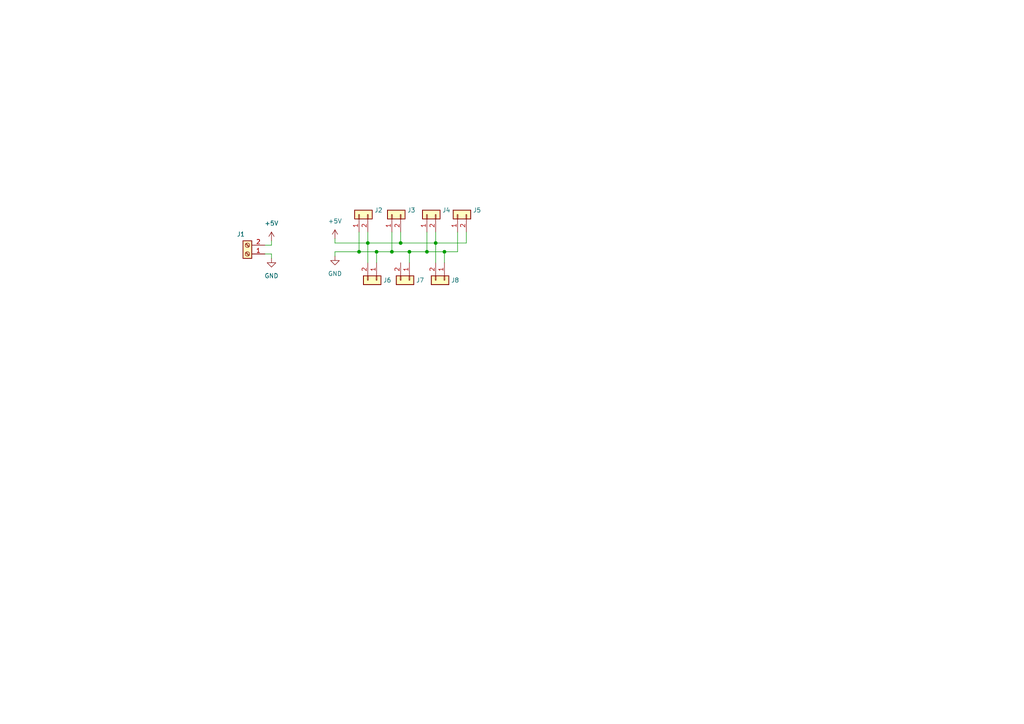
<source format=kicad_sch>
(kicad_sch (version 20211123) (generator eeschema)
  (paper "A4")
  (lib_symbols
    (symbol "Connector:Screw_Terminal_01x02" (pin_names (offset 1.016) hide)
      (property "Reference" "J" (at 0 2.54 0))
      (property "Value" "Screw_Terminal_01x02" (at 0 -5.08 0))
      (symbol "Screw_Terminal_01x02_1_1"
        (rectangle (start -1.27 1.27) (end 1.27 -3.81) (stroke (width 0.254)) (fill (type background)))
        (circle (center 0 -2.54) (radius 0.635) (stroke (width 0.1524)))
        (polyline (pts (xy -0.5334 -2.2098) (xy 0.3302 -3.048)) (stroke (width 0.1524)))
        (polyline (pts (xy -0.5334 0.3302) (xy 0.3302 -0.508)) (stroke (width 0.1524)))
        (polyline (pts (xy -0.3556 -2.032) (xy 0.508 -2.8702)) (stroke (width 0.1524)))
        (polyline (pts (xy -0.3556 0.508) (xy 0.508 -0.3302)) (stroke (width 0.1524)))
        (circle (center 0 0) (radius 0.635) (stroke (width 0.1524)))
        (pin passive line (at -5.08 0 0) (length 3.81) (name "Pin_1") (number "1"))
        (pin passive line (at -5.08 -2.54 0) (length 3.81) (name "Pin_2") (number "2"))
      )
    )
    (symbol "Connector_Generic:Conn_01x02" (pin_names (offset 1.016) hide)
      (property "Reference" "J" (at 0 2.54 0))
      (property "Value" "Conn_01x02" (at 0 -5.08 0))
      (symbol "Conn_01x02_1_1"
        (rectangle (start -1.27 -2.413) (end 0 -2.667) (stroke (width 0.1524)))
        (rectangle (start -1.27 0.127) (end 0 -0.127) (stroke (width 0.1524)))
        (rectangle (start -1.27 1.27) (end 1.27 -3.81) (stroke (width 0.254)) (fill (type background)))
        (pin passive line (at -5.08 0 0) (length 3.81) (name "Pin_1") (number "1"))
        (pin passive line (at -5.08 -2.54 0) (length 3.81) (name "Pin_2") (number "2"))
      )
    )
    (symbol "power:+5V" (power) (pin_names (offset 0))
      (property "Value" "+5V" (at 0 3.556 0))
      (symbol "+5V_0_1"
        (polyline (pts (xy -0.762 1.27) (xy 0 2.54)))
        (polyline (pts (xy 0 0) (xy 0 2.54)))
        (polyline (pts (xy 0 2.54) (xy 0.762 1.27)))
      )
      (symbol "+5V_1_1"
        (pin power_in line (at 0 0 90) (length 0) hide (name "+5V") (number "1"))
      )
    )
    (symbol "power:GND" (power) (pin_names (offset 0))
      (property "Value" "GND" (at 0 -3.81 0))
      (symbol "GND_0_1"
        (polyline (pts (xy 0 0) (xy 0 -1.27) (xy 1.27 -1.27) (xy 0 -2.54) (xy -1.27 -1.27) (xy 0 -1.27)))
      )
      (symbol "GND_1_1"
        (pin power_in line (at 0 0 270) (length 0) hide (name "GND") (number "1"))
      )
    )
  )
  (junction (at 116.205 70.485))
  (junction (at 109.22 73.025))
  (junction (at 123.825 73.025))
  (junction (at 128.905 73.025))
  (junction (at 118.745 73.025))
  (junction (at 106.68 70.485))
  (junction (at 113.665 73.025))
  (junction (at 104.14 73.025))
  (junction (at 126.365 70.485))
  (wire (pts (xy 97.155 70.485) (xy 97.155 69.215)))
  (wire (pts (xy 132.715 73.025) (xy 128.905 73.025)))
  (wire (pts (xy 76.835 73.66) (xy 78.74 73.66)))
  (wire (pts (xy 126.365 70.485) (xy 126.365 76.2)))
  (wire (pts (xy 104.14 67.31) (xy 104.14 73.025)))
  (wire (pts (xy 123.825 67.31) (xy 123.825 73.025)))
  (wire (pts (xy 97.155 70.485) (xy 106.68 70.485)))
  (wire (pts (xy 97.155 73.025) (xy 97.155 74.295)))
  (wire (pts (xy 106.68 67.31) (xy 106.68 70.485)))
  (wire (pts (xy 128.905 73.025) (xy 128.905 76.2)))
  (wire (pts (xy 109.22 73.025) (xy 113.665 73.025)))
  (wire (pts (xy 106.68 70.485) (xy 106.68 76.2)))
  (wire (pts (xy 113.665 73.025) (xy 118.745 73.025)))
  (wire (pts (xy 76.835 71.12) (xy 78.74 71.12)))
  (wire (pts (xy 106.68 70.485) (xy 116.205 70.485)))
  (wire (pts (xy 78.74 71.12) (xy 78.74 69.85)))
  (wire (pts (xy 116.205 67.31) (xy 116.205 70.485)))
  (wire (pts (xy 123.825 73.025) (xy 128.905 73.025)))
  (wire (pts (xy 126.365 70.485) (xy 126.365 67.31)))
  (wire (pts (xy 132.715 67.31) (xy 132.715 73.025)))
  (wire (pts (xy 135.255 67.31) (xy 135.255 70.485)))
  (wire (pts (xy 78.74 73.66) (xy 78.74 74.93)))
  (wire (pts (xy 104.14 73.025) (xy 109.22 73.025)))
  (wire (pts (xy 135.255 70.485) (xy 126.365 70.485)))
  (wire (pts (xy 113.665 67.31) (xy 113.665 73.025)))
  (wire (pts (xy 118.745 73.025) (xy 123.825 73.025)))
  (wire (pts (xy 97.155 73.025) (xy 104.14 73.025)))
  (wire (pts (xy 116.205 70.485) (xy 126.365 70.485)))
  (wire (pts (xy 109.22 73.025) (xy 109.22 76.2)))
  (wire (pts (xy 118.745 73.025) (xy 118.745 76.2)))
  (symbol (lib_id "Connector_Generic:Conn_01x02") (at 104.14 62.23 90) (unit 1)
    (property "Reference" "J2" (at 108.585 60.96 90) (effects (justify right)))
    (property "Value" "Conn_01x02" (effects hide))
    (property "Footprint" "Connector_JST:JST_PH_B2B-PH-K_1x02_P2.00mm_Vertical" (effects hide))
  )
  (symbol (lib_id "power:GND") (at 97.155 74.295 0) (unit 1)
    (property "Reference" "#PWR0104" (effects hide))
    (property "Value" "GND" (at 97.155 79.375 0))
  )
  (symbol (lib_id "Connector_Generic:Conn_01x02") (at 118.745 81.28 270) (unit 1)
    (property "Reference" "J7" (at 120.65 81.28 90) (effects (justify left)))
    (property "Value" "Conn_01x02" (effects hide))
    (property "Footprint" "Connector_JST:JST_PH_B2B-PH-K_1x02_P2.00mm_Vertical" (effects hide))
  )
  (symbol (lib_id "Connector_Generic:Conn_01x02") (at 113.665 62.23 90) (unit 1)
    (property "Reference" "J3" (at 118.11 60.96 90) (effects (justify right)))
    (property "Value" "Conn_01x02" (effects hide))
    (property "Footprint" "Connector_JST:JST_PH_B2B-PH-K_1x02_P2.00mm_Vertical" (effects hide))
  )
  (symbol (lib_id "power:GND") (at 78.74 74.93 0) (unit 1)
    (property "Reference" "#PWR0102" (effects hide))
    (property "Value" "GND" (at 78.74 80.01 0))
  )
  (symbol (lib_id "Connector_Generic:Conn_01x02") (at 123.825 62.23 90) (unit 1)
    (property "Reference" "J4" (at 128.27 60.96 90) (effects (justify right)))
    (property "Value" "Conn_01x02" (effects hide))
    (property "Footprint" "Connector_JST:JST_PH_B2B-PH-K_1x02_P2.00mm_Vertical" (effects hide))
  )
  (symbol (lib_id "Connector:Screw_Terminal_01x02") (at 71.755 73.66 180) (unit 1)
    (property "Reference" "J1" (at 69.85 67.945 0))
    (property "Value" "Screw_Terminal_01x02" (effects hide))
    (property "Footprint" "TerminalBlock_Phoenix:TerminalBlock_Phoenix_MKDS-1,5-2_1x02_P5.00mm_Horizontal" (effects hide))
  )
  (symbol (lib_id "Connector_Generic:Conn_01x02") (at 128.905 81.28 270) (unit 1)
    (property "Reference" "J8" (at 130.81 81.28 90) (effects (justify left)))
    (property "Value" "Conn_01x02" (effects hide))
    (property "Footprint" "Connector_JST:JST_PH_B2B-PH-K_1x02_P2.00mm_Vertical" (effects hide))
  )
  (symbol (lib_id "Connector_Generic:Conn_01x02") (at 132.715 62.23 90) (unit 1)
    (property "Reference" "J5" (at 137.16 60.96 90) (effects (justify right)))
    (property "Value" "Conn_01x02" (effects hide))
    (property "Footprint" "Connector_JST:JST_PH_B2B-PH-K_1x02_P2.00mm_Vertical" (effects hide))
  )
  (symbol (lib_id "power:+5V") (at 78.74 69.85 0) (unit 1)
    (property "Reference" "#PWR0101" (effects hide))
    (property "Value" "+5V" (at 78.74 64.77 0))
  )
  (symbol (lib_id "Connector_Generic:Conn_01x02") (at 109.22 81.28 270) (unit 1)
    (property "Reference" "J6" (at 111.125 81.28 90) (effects (justify left)))
    (property "Value" "Conn_01x02" (effects hide))
    (property "Footprint" "Connector_JST:JST_PH_B2B-PH-K_1x02_P2.00mm_Vertical" (effects hide))
  )
  (symbol (lib_id "power:+5V") (at 97.155 69.215 0) (unit 1)
    (property "Reference" "#PWR0103" (effects hide))
    (property "Value" "+5V" (at 97.155 64.135 0))
  )
)
</source>
